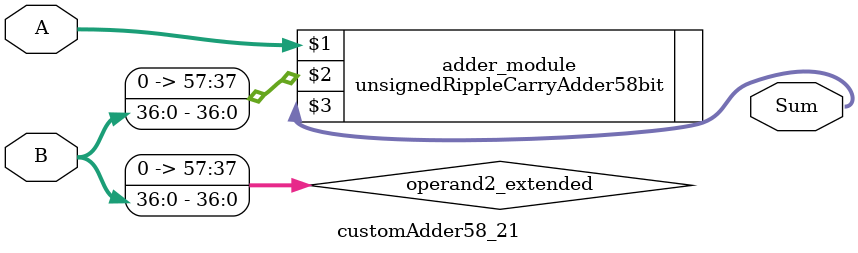
<source format=v>
module customAdder58_21(
                        input [57 : 0] A,
                        input [36 : 0] B,
                        
                        output [58 : 0] Sum
                );

        wire [57 : 0] operand2_extended;
        
        assign operand2_extended =  {21'b0, B};
        
        unsignedRippleCarryAdder58bit adder_module(
            A,
            operand2_extended,
            Sum
        );
        
        endmodule
        
</source>
